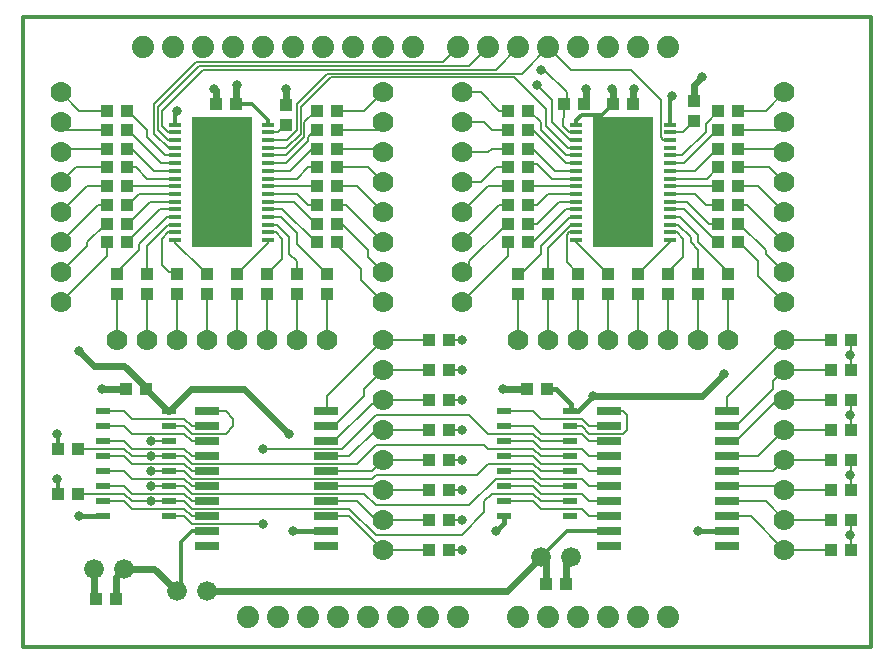
<source format=gtl>
G75*
%MOIN*%
%OFA0B0*%
%FSLAX24Y24*%
%IPPOS*%
%LPD*%
%AMOC8*
5,1,8,0,0,1.08239X$1,22.5*
%
%ADD10C,0.0120*%
%ADD11R,0.0394X0.0118*%
%ADD12R,0.2047X0.4331*%
%ADD13C,0.0660*%
%ADD14R,0.0394X0.0433*%
%ADD15R,0.0433X0.0394*%
%ADD16C,0.0700*%
%ADD17R,0.0472X0.0236*%
%ADD18R,0.0800X0.0260*%
%ADD19C,0.0740*%
%ADD20C,0.0060*%
%ADD21C,0.0317*%
%ADD22C,0.0240*%
%ADD23C,0.0160*%
D10*
X006252Y000160D02*
X006252Y021160D01*
X034502Y021160D01*
X034502Y000160D01*
X006252Y000160D01*
X011377Y002035D02*
X011502Y002160D01*
X011502Y003660D01*
X011877Y004035D01*
X012397Y004035D01*
X007418Y005285D02*
X007418Y005745D01*
X007377Y005785D01*
X007418Y006785D02*
X007418Y007245D01*
X007377Y007285D01*
X023502Y003160D02*
X024377Y004035D01*
X025772Y004035D01*
X024697Y017579D02*
X024697Y017730D01*
X024877Y017910D01*
X025543Y017910D01*
X025918Y018285D01*
X027807Y018465D02*
X027807Y017579D01*
X027807Y018465D02*
X027877Y018535D01*
X014432Y017730D02*
X013877Y018285D01*
X013337Y018285D01*
X014432Y017730D02*
X014432Y017579D01*
X011377Y018035D02*
X011322Y017980D01*
X011322Y017579D01*
D11*
X011322Y017579D03*
X011322Y017323D03*
X011322Y017067D03*
X011322Y016812D03*
X011322Y016556D03*
X011322Y016300D03*
X011322Y016044D03*
X011322Y015788D03*
X011322Y015532D03*
X011322Y015276D03*
X011322Y015020D03*
X011322Y014764D03*
X011322Y014508D03*
X011322Y014253D03*
X011322Y013997D03*
X011322Y013741D03*
X014432Y013741D03*
X014432Y013997D03*
X014432Y014253D03*
X014432Y014508D03*
X014432Y014764D03*
X014432Y015020D03*
X014432Y015276D03*
X014432Y015532D03*
X014432Y015788D03*
X014432Y016044D03*
X014432Y016300D03*
X014432Y016556D03*
X014432Y016812D03*
X014432Y017067D03*
X014432Y017323D03*
X014432Y017579D03*
X024697Y017579D03*
X024697Y017323D03*
X024697Y017067D03*
X024697Y016812D03*
X024697Y016556D03*
X024697Y016300D03*
X024697Y016044D03*
X024697Y015788D03*
X024697Y015532D03*
X024697Y015276D03*
X024697Y015020D03*
X024697Y014764D03*
X024697Y014508D03*
X024697Y014253D03*
X024697Y013997D03*
X024697Y013741D03*
X027807Y013741D03*
X027807Y013997D03*
X027807Y014253D03*
X027807Y014508D03*
X027807Y014764D03*
X027807Y015020D03*
X027807Y015276D03*
X027807Y015532D03*
X027807Y015788D03*
X027807Y016044D03*
X027807Y016300D03*
X027807Y016556D03*
X027807Y016812D03*
X027807Y017067D03*
X027807Y017323D03*
X027807Y017579D03*
D12*
X026252Y015660D03*
X012877Y015660D03*
D13*
X023502Y003160D03*
X024502Y003160D03*
X012377Y002035D03*
X011377Y002035D03*
X009627Y002785D03*
X008627Y002785D03*
D14*
X009377Y011950D03*
X010377Y011950D03*
X010377Y012620D03*
X009377Y012620D03*
X011377Y012620D03*
X011377Y011950D03*
X012377Y011950D03*
X012377Y012620D03*
X013377Y012620D03*
X013377Y011950D03*
X014377Y011950D03*
X014377Y012620D03*
X015377Y012620D03*
X015377Y011950D03*
X016377Y011950D03*
X016377Y012620D03*
X022752Y012620D03*
X022752Y011950D03*
X023752Y011950D03*
X023752Y012620D03*
X024752Y012620D03*
X024752Y011950D03*
X025752Y011950D03*
X025752Y012620D03*
X026752Y012620D03*
X026752Y011950D03*
X027752Y011950D03*
X028752Y011950D03*
X028752Y012620D03*
X027752Y012620D03*
X029752Y012620D03*
X029752Y011950D03*
X028627Y017700D03*
X028627Y018370D03*
X015002Y018245D03*
X015002Y017575D03*
D15*
X016043Y017410D03*
X016712Y017410D03*
X016712Y016785D03*
X016043Y016785D03*
X016043Y016160D03*
X016712Y016160D03*
X016712Y015535D03*
X016043Y015535D03*
X016043Y014910D03*
X016712Y014910D03*
X016712Y014285D03*
X016712Y013660D03*
X016043Y013660D03*
X016043Y014285D03*
X019793Y010410D03*
X020462Y010410D03*
X020462Y009410D03*
X019793Y009410D03*
X019793Y008410D03*
X020462Y008410D03*
X020462Y007410D03*
X019793Y007410D03*
X019793Y006410D03*
X020462Y006410D03*
X020462Y005410D03*
X019793Y005410D03*
X019793Y004410D03*
X020462Y004410D03*
X020462Y003410D03*
X019793Y003410D03*
X023668Y002285D03*
X024337Y002285D03*
X033168Y003410D03*
X033837Y003410D03*
X033837Y004410D03*
X033168Y004410D03*
X033168Y005410D03*
X033837Y005410D03*
X033837Y006410D03*
X033168Y006410D03*
X033168Y007410D03*
X033837Y007410D03*
X033837Y008410D03*
X033168Y008410D03*
X033168Y009410D03*
X033837Y009410D03*
X033837Y010410D03*
X033168Y010410D03*
X030087Y013660D03*
X030087Y014285D03*
X029418Y014285D03*
X029418Y013660D03*
X029418Y014910D03*
X030087Y014910D03*
X030087Y015535D03*
X029418Y015535D03*
X029418Y016160D03*
X030087Y016160D03*
X030087Y016785D03*
X029418Y016785D03*
X029418Y017410D03*
X030087Y017410D03*
X030087Y018035D03*
X029418Y018035D03*
X026587Y018285D03*
X025918Y018285D03*
X024962Y018285D03*
X024293Y018285D03*
X023087Y018035D03*
X022418Y018035D03*
X022418Y017410D03*
X023087Y017410D03*
X023087Y016785D03*
X022418Y016785D03*
X022418Y016160D03*
X023087Y016160D03*
X023087Y015535D03*
X022418Y015535D03*
X022418Y014910D03*
X023087Y014910D03*
X023087Y014285D03*
X023087Y013660D03*
X022418Y013660D03*
X022418Y014285D03*
X016712Y018035D03*
X016043Y018035D03*
X013337Y018285D03*
X012668Y018285D03*
X009712Y018035D03*
X009043Y018035D03*
X009043Y017410D03*
X009712Y017410D03*
X009712Y016785D03*
X009043Y016785D03*
X009043Y016160D03*
X009712Y016160D03*
X009712Y015535D03*
X009043Y015535D03*
X009043Y014910D03*
X009712Y014910D03*
X009712Y014285D03*
X009712Y013660D03*
X009043Y013660D03*
X009043Y014285D03*
X009668Y008785D03*
X010337Y008785D03*
X008087Y006785D03*
X007418Y006785D03*
X007418Y005285D03*
X008087Y005285D03*
X008668Y001785D03*
X009337Y001785D03*
X023043Y008785D03*
X023712Y008785D03*
D16*
X023752Y010410D03*
X022752Y010410D03*
X020877Y011660D03*
X020877Y012660D03*
X020877Y013660D03*
X020877Y014660D03*
X020877Y015660D03*
X020877Y016660D03*
X020877Y017660D03*
X020877Y018660D03*
X018252Y018660D03*
X018252Y017660D03*
X018252Y016660D03*
X018252Y015660D03*
X018252Y014660D03*
X018252Y013660D03*
X018252Y012660D03*
X018252Y011660D03*
X018252Y010410D03*
X018252Y009410D03*
X018252Y008410D03*
X018252Y007410D03*
X018252Y006410D03*
X018252Y005410D03*
X018252Y004410D03*
X018252Y003410D03*
X016377Y010410D03*
X015377Y010410D03*
X014377Y010410D03*
X013377Y010410D03*
X012377Y010410D03*
X011377Y010410D03*
X010377Y010410D03*
X009377Y010410D03*
X007502Y011660D03*
X007502Y012660D03*
X007502Y013660D03*
X007502Y014660D03*
X007502Y015660D03*
X007502Y016660D03*
X007502Y017660D03*
X007502Y018660D03*
X024752Y010410D03*
X025752Y010410D03*
X026752Y010410D03*
X027752Y010410D03*
X028752Y010410D03*
X029752Y010410D03*
X031627Y010410D03*
X031627Y009410D03*
X031627Y008410D03*
X031627Y007410D03*
X031627Y006410D03*
X031627Y005410D03*
X031627Y004410D03*
X031627Y003410D03*
X031627Y011660D03*
X031627Y012660D03*
X031627Y013660D03*
X031627Y014660D03*
X031627Y015660D03*
X031627Y016660D03*
X031627Y017660D03*
X031627Y018660D03*
D17*
X024480Y008035D03*
X024480Y007535D03*
X024480Y007035D03*
X024480Y006535D03*
X024480Y006035D03*
X024480Y005535D03*
X024480Y005035D03*
X024480Y004535D03*
X022275Y004535D03*
X022275Y005035D03*
X022275Y005535D03*
X022275Y006035D03*
X022275Y006535D03*
X022275Y007035D03*
X022275Y007535D03*
X022275Y008035D03*
X011105Y008035D03*
X011105Y007535D03*
X011105Y007035D03*
X011105Y006535D03*
X011105Y006035D03*
X011105Y005535D03*
X011105Y005035D03*
X011105Y004535D03*
X008900Y004535D03*
X008900Y005035D03*
X008900Y005535D03*
X008900Y006035D03*
X008900Y006535D03*
X008900Y007035D03*
X008900Y007535D03*
X008900Y008035D03*
D18*
X012397Y008035D03*
X012397Y007535D03*
X012397Y007035D03*
X012397Y006535D03*
X012397Y006035D03*
X012397Y005535D03*
X012397Y005035D03*
X012397Y004535D03*
X012397Y004035D03*
X012397Y003535D03*
X016357Y003535D03*
X016357Y004035D03*
X016357Y004535D03*
X016357Y005035D03*
X016357Y005535D03*
X016357Y006035D03*
X016357Y006535D03*
X016357Y007035D03*
X016357Y007535D03*
X016357Y008035D03*
X025772Y008035D03*
X025772Y007535D03*
X025772Y007035D03*
X025772Y006535D03*
X025772Y006035D03*
X025772Y005535D03*
X025772Y005035D03*
X025772Y004535D03*
X025772Y004035D03*
X025772Y003535D03*
X029732Y003535D03*
X029732Y004035D03*
X029732Y004535D03*
X029732Y005035D03*
X029732Y005535D03*
X029732Y006035D03*
X029732Y006535D03*
X029732Y007035D03*
X029732Y007535D03*
X029732Y008035D03*
D19*
X027752Y001160D03*
X026752Y001160D03*
X025752Y001160D03*
X024752Y001160D03*
X023752Y001160D03*
X022752Y001160D03*
X020752Y001160D03*
X019752Y001160D03*
X018752Y001160D03*
X017752Y001160D03*
X016752Y001160D03*
X015752Y001160D03*
X014752Y001160D03*
X013752Y001160D03*
X013252Y020160D03*
X012252Y020160D03*
X011252Y020160D03*
X010252Y020160D03*
X014252Y020160D03*
X015252Y020160D03*
X016252Y020160D03*
X017252Y020160D03*
X018252Y020160D03*
X019252Y020160D03*
X020752Y020160D03*
X021752Y020160D03*
X022752Y020160D03*
X023752Y020160D03*
X024752Y020160D03*
X025752Y020160D03*
X026752Y020160D03*
X027752Y020160D03*
D20*
X026502Y019410D02*
X024502Y019410D01*
X023752Y020160D01*
X022877Y019285D01*
X016377Y019285D01*
X015377Y018285D01*
X015377Y017410D01*
X015035Y017067D01*
X014432Y017067D01*
X014432Y016812D02*
X015029Y016812D01*
X015502Y017285D01*
X015502Y018160D01*
X016502Y019160D01*
X022627Y019160D01*
X023690Y018098D01*
X023690Y017535D01*
X024413Y016812D01*
X024697Y016812D01*
X024665Y017035D02*
X024502Y017035D01*
X023877Y017660D01*
X023877Y018410D01*
X023377Y018910D01*
X023502Y019410D02*
X023627Y019410D01*
X024377Y018660D01*
X024377Y018325D01*
X024293Y018285D01*
X024293Y017825D01*
X024252Y017785D01*
X024252Y017535D01*
X024464Y017323D01*
X024697Y017323D01*
X024697Y017067D02*
X024665Y017035D01*
X024697Y016556D02*
X024357Y016556D01*
X023502Y017410D01*
X023502Y017660D01*
X023127Y018035D01*
X023087Y018035D01*
X022418Y018035D02*
X022127Y018035D01*
X021502Y018660D01*
X020877Y018660D01*
X022002Y019410D02*
X022752Y020160D01*
X021752Y020160D02*
X021127Y019535D01*
X012127Y019535D01*
X010752Y018160D01*
X010752Y017410D01*
X011095Y017067D01*
X011322Y017067D01*
X011322Y016812D02*
X011101Y016812D01*
X010627Y017285D01*
X010627Y018285D01*
X012002Y019660D01*
X020252Y019660D01*
X020752Y020160D01*
X022002Y019410D02*
X012252Y019410D01*
X010877Y018035D01*
X010877Y017535D01*
X011089Y017323D01*
X011322Y017323D01*
X012127Y017660D02*
X012877Y016910D01*
X014432Y016556D02*
X015023Y016556D01*
X015627Y017160D01*
X015627Y017660D01*
X016002Y018035D01*
X016043Y018035D01*
X016712Y018035D02*
X017627Y018035D01*
X018252Y018660D01*
X018252Y017660D02*
X018002Y017410D01*
X016712Y017410D01*
X016043Y017410D02*
X016002Y017410D01*
X015752Y017160D01*
X015752Y017035D01*
X015017Y016300D01*
X014432Y016300D01*
X014432Y016044D02*
X015136Y016044D01*
X015877Y016785D01*
X016043Y016785D01*
X016712Y016785D02*
X018127Y016785D01*
X018252Y016660D01*
X017752Y016160D02*
X018252Y015660D01*
X017752Y016160D02*
X016712Y016160D01*
X016043Y016160D02*
X015752Y016160D01*
X015380Y015788D01*
X014432Y015788D01*
X014432Y015532D02*
X016040Y015532D01*
X016043Y015535D01*
X016712Y015535D02*
X017377Y015535D01*
X018252Y014660D01*
X018252Y013660D02*
X017002Y014910D01*
X016712Y014910D01*
X016043Y014910D02*
X015752Y014910D01*
X015386Y015276D01*
X014432Y015276D01*
X014432Y015020D02*
X015267Y015020D01*
X016002Y014285D01*
X016043Y014285D01*
X016043Y013660D02*
X016002Y013660D01*
X014898Y014764D01*
X014432Y014764D01*
X014432Y014508D02*
X014841Y014508D01*
X015377Y013973D01*
X015377Y013620D01*
X016377Y012620D01*
X016377Y011950D02*
X016377Y010410D01*
X015377Y010410D02*
X015377Y011950D01*
X015377Y012620D02*
X015377Y013035D01*
X015127Y013285D01*
X015127Y013848D01*
X014722Y014253D01*
X014432Y014253D01*
X014432Y013997D02*
X014666Y013997D01*
X014877Y013785D01*
X014877Y013120D01*
X014377Y012620D01*
X014377Y011950D02*
X014377Y010410D01*
X013377Y010410D02*
X013377Y011950D01*
X013377Y012620D02*
X013418Y012660D01*
X013440Y012660D01*
X014432Y013653D01*
X014432Y013741D01*
X012377Y012620D02*
X012337Y012660D01*
X012252Y012723D01*
X011322Y013653D01*
X011322Y013741D01*
X011322Y013997D02*
X011089Y013997D01*
X010877Y013785D01*
X010877Y012910D01*
X011127Y012660D01*
X011337Y012660D01*
X011377Y012620D01*
X011377Y011950D02*
X011377Y010410D01*
X010377Y010410D02*
X010377Y011950D01*
X009377Y011950D02*
X009377Y010410D01*
X008127Y012285D02*
X007502Y011660D01*
X008127Y012285D02*
X008252Y012410D01*
X009043Y013200D01*
X009043Y013660D01*
X009043Y014285D02*
X009002Y014285D01*
X008377Y013660D01*
X008377Y013535D01*
X007502Y012660D01*
X007502Y013660D02*
X008752Y014910D01*
X009043Y014910D01*
X009712Y014910D02*
X009752Y014910D01*
X010119Y015276D01*
X011322Y015276D01*
X011322Y015020D02*
X010488Y015020D01*
X009877Y014410D01*
X009837Y014410D01*
X009712Y014285D01*
X009712Y013660D02*
X010816Y014764D01*
X011322Y014764D01*
X011322Y014508D02*
X011038Y014508D01*
X010127Y013598D01*
X010127Y013410D01*
X009377Y012660D01*
X009377Y012620D01*
X010377Y012620D02*
X010377Y013535D01*
X011095Y014253D01*
X011322Y014253D01*
X011322Y015532D02*
X009715Y015532D01*
X009712Y015535D01*
X010002Y016160D02*
X010374Y015788D01*
X011322Y015788D01*
X011322Y016044D02*
X010619Y016044D01*
X009877Y016785D01*
X009712Y016785D01*
X009043Y016785D02*
X007627Y016785D01*
X007502Y016660D01*
X008002Y016160D02*
X007502Y015660D01*
X008002Y016160D02*
X009043Y016160D01*
X009712Y016160D02*
X010002Y016160D01*
X010863Y016300D02*
X009752Y017410D01*
X009712Y017410D01*
X009752Y018035D02*
X010377Y017410D01*
X010377Y017160D01*
X010982Y016556D01*
X011322Y016556D01*
X011322Y016300D02*
X010863Y016300D01*
X009043Y015535D02*
X008377Y015535D01*
X007502Y014660D01*
X007752Y017410D02*
X007502Y017660D01*
X007752Y017410D02*
X009043Y017410D01*
X009043Y018035D02*
X008127Y018035D01*
X007502Y018660D01*
X009712Y018035D02*
X009752Y018035D01*
X014432Y017323D02*
X014750Y017323D01*
X015002Y017575D01*
X016712Y014285D02*
X016877Y014285D01*
X017752Y013410D01*
X017752Y013160D01*
X018252Y012660D01*
X017502Y012785D02*
X017502Y012410D01*
X018252Y011660D01*
X018252Y010410D02*
X019793Y010410D01*
X020462Y010410D02*
X020877Y010410D01*
X020877Y009410D02*
X020462Y009410D01*
X019793Y009410D02*
X018252Y009410D01*
X017627Y008785D01*
X017627Y008535D01*
X016627Y007535D01*
X016357Y007535D01*
X016357Y007035D02*
X016627Y007035D01*
X017877Y008285D01*
X018127Y008285D01*
X018252Y008410D01*
X019793Y008410D01*
X020462Y008410D02*
X020877Y008410D01*
X021127Y007910D02*
X021752Y007285D01*
X023252Y007285D01*
X023502Y007035D01*
X024480Y007035D01*
X024877Y006785D02*
X025127Y006535D01*
X025772Y006535D01*
X025772Y007035D02*
X025127Y007035D01*
X024877Y007285D01*
X023502Y007285D01*
X023252Y007535D01*
X022275Y007535D01*
X022275Y007035D02*
X023252Y007035D01*
X023502Y006785D01*
X024877Y006785D01*
X024480Y006535D02*
X023502Y006535D01*
X023252Y006785D01*
X021752Y006785D01*
X021627Y006910D01*
X018002Y006910D01*
X017377Y006285D01*
X011877Y006285D01*
X011627Y006535D01*
X011105Y006535D01*
X010502Y006535D01*
X009877Y006535D01*
X009627Y006785D01*
X008087Y006785D01*
X008900Y006535D02*
X009627Y006535D01*
X009877Y006285D01*
X011627Y006285D01*
X011877Y006035D01*
X012397Y006035D01*
X011877Y005785D02*
X017877Y005785D01*
X018002Y005910D01*
X021377Y005910D01*
X021752Y006285D01*
X023252Y006285D01*
X023502Y006035D01*
X024480Y006035D01*
X024877Y005785D02*
X025127Y005535D01*
X025772Y005535D01*
X025772Y005035D02*
X025127Y005035D01*
X024877Y005285D01*
X023502Y005285D01*
X023252Y005535D01*
X022275Y005535D01*
X022002Y005785D02*
X021127Y004910D01*
X018002Y004910D01*
X017627Y005285D01*
X011877Y005285D01*
X011627Y005535D01*
X011105Y005535D01*
X010502Y005535D01*
X010502Y005035D02*
X009877Y005035D01*
X009627Y005285D01*
X008087Y005285D01*
X008900Y005035D02*
X009627Y005035D01*
X009877Y004785D01*
X011627Y004785D01*
X011877Y004535D01*
X012397Y004535D01*
X011877Y004285D02*
X014252Y004285D01*
X012397Y005035D02*
X011877Y005035D01*
X011627Y005285D01*
X009877Y005285D01*
X009627Y005535D01*
X008900Y005535D01*
X008900Y006035D02*
X009627Y006035D01*
X009877Y005785D01*
X011627Y005785D01*
X011877Y005535D01*
X012397Y005535D01*
X011877Y005785D02*
X011627Y006035D01*
X011105Y006035D01*
X010502Y006035D01*
X009877Y006785D02*
X009627Y007035D01*
X008900Y007035D01*
X008900Y007535D02*
X009627Y007535D01*
X009877Y007285D01*
X011627Y007285D01*
X011877Y007035D01*
X012397Y007035D01*
X011877Y007285D02*
X011627Y007535D01*
X011105Y007535D01*
X011627Y007785D02*
X009877Y007785D01*
X009627Y008035D01*
X008900Y008035D01*
X010502Y007035D02*
X011105Y007035D01*
X011627Y006785D02*
X009877Y006785D01*
X011627Y006785D02*
X011877Y006535D01*
X012397Y006535D01*
X011877Y007285D02*
X013002Y007285D01*
X013252Y007535D01*
X013252Y007785D01*
X013002Y008035D01*
X012397Y008035D01*
X011877Y007535D02*
X011627Y007785D01*
X011877Y007535D02*
X012397Y007535D01*
X014252Y006785D02*
X016877Y006785D01*
X018002Y007910D01*
X021127Y007910D01*
X020877Y007410D02*
X020462Y007410D01*
X019793Y007410D02*
X018252Y007410D01*
X018002Y007410D01*
X017127Y006535D01*
X016357Y006535D01*
X016357Y006035D02*
X017877Y006035D01*
X018252Y006410D01*
X019793Y006410D01*
X020462Y006410D02*
X020877Y006410D01*
X022002Y005785D02*
X023252Y005785D01*
X023502Y005535D01*
X024480Y005535D01*
X024877Y005785D02*
X023502Y005785D01*
X023252Y006035D01*
X022275Y006035D01*
X022275Y006535D02*
X023252Y006535D01*
X023502Y006285D01*
X024877Y006285D01*
X025127Y006035D01*
X025772Y006035D01*
X024480Y005035D02*
X023502Y005035D01*
X023252Y005285D01*
X021877Y005285D01*
X021627Y005035D01*
X021627Y004660D01*
X020877Y003910D01*
X018002Y003910D01*
X017127Y004785D01*
X011877Y004785D01*
X011627Y005035D01*
X011105Y005035D01*
X010502Y005035D01*
X011105Y004535D02*
X011627Y004535D01*
X011877Y004285D01*
X008668Y001785D02*
X008627Y001825D01*
X016357Y004535D02*
X017127Y004535D01*
X018252Y003410D01*
X019793Y003410D01*
X020462Y003410D02*
X020877Y003410D01*
X020877Y004410D02*
X020462Y004410D01*
X019793Y004410D02*
X018252Y004410D01*
X018002Y004410D01*
X017377Y005035D01*
X016357Y005035D01*
X016357Y005535D02*
X018127Y005535D01*
X018252Y005410D01*
X019793Y005410D01*
X020462Y005410D02*
X020877Y005410D01*
X022275Y005035D02*
X023252Y005035D01*
X023502Y004785D01*
X024877Y004785D01*
X025127Y004535D01*
X025772Y004535D01*
X029732Y004535D02*
X030502Y004535D01*
X031627Y003410D01*
X033168Y003410D01*
X033837Y003410D02*
X033837Y003888D01*
X033815Y003910D01*
X033837Y003932D01*
X033837Y004410D01*
X033168Y004410D02*
X031627Y004410D01*
X031002Y005035D01*
X029732Y005035D01*
X029732Y005535D02*
X031502Y005535D01*
X031627Y005410D01*
X033168Y005410D01*
X033837Y005410D02*
X033837Y005888D01*
X033815Y005910D01*
X033837Y005932D01*
X033837Y006410D01*
X033168Y006410D02*
X031627Y006410D01*
X031252Y006035D01*
X029732Y006035D01*
X029732Y006535D02*
X030752Y006535D01*
X031627Y007410D01*
X033168Y007410D01*
X033837Y007410D02*
X033837Y007888D01*
X033815Y007910D01*
X033837Y007932D01*
X033837Y008410D01*
X033168Y008410D02*
X031627Y008410D01*
X031377Y008410D01*
X030002Y007035D01*
X029732Y007035D01*
X029732Y007535D02*
X030002Y007535D01*
X031252Y008785D01*
X031252Y009035D01*
X031627Y009410D01*
X033168Y009410D01*
X033837Y009410D02*
X033837Y009888D01*
X033815Y009910D01*
X033837Y009932D01*
X033837Y010410D01*
X033168Y010410D02*
X031627Y010410D01*
X029732Y008515D01*
X029732Y008035D01*
X026377Y007910D02*
X026377Y007410D01*
X026252Y007285D01*
X025127Y007285D01*
X024877Y007535D01*
X024480Y007535D01*
X024877Y007785D02*
X025127Y007535D01*
X025772Y007535D01*
X026252Y008035D02*
X026377Y007910D01*
X026252Y008035D02*
X025772Y008035D01*
X024877Y007785D02*
X023502Y007785D01*
X023252Y008035D01*
X022275Y008035D01*
X022752Y010410D02*
X022752Y011950D01*
X022752Y012620D02*
X022837Y012620D01*
X023502Y013285D01*
X023502Y013535D01*
X024476Y014508D01*
X024697Y014508D01*
X024697Y014253D02*
X024532Y014253D01*
X023752Y013473D01*
X023752Y012620D01*
X024377Y012995D02*
X024752Y012620D01*
X024377Y012995D02*
X024377Y013910D01*
X024464Y013997D01*
X024697Y013997D01*
X024697Y013741D02*
X024697Y013675D01*
X025752Y012620D01*
X025752Y011950D02*
X025752Y010410D01*
X024752Y010410D02*
X024752Y011950D01*
X023752Y011950D02*
X023752Y010410D01*
X022418Y013200D02*
X020877Y011660D01*
X020877Y012660D02*
X021127Y012910D01*
X021127Y013035D01*
X022377Y014285D01*
X022418Y014285D01*
X022418Y013660D02*
X022418Y013200D01*
X023087Y013660D02*
X023252Y013660D01*
X024357Y014764D01*
X024697Y014764D01*
X024697Y015020D02*
X024113Y015020D01*
X023377Y014285D01*
X023087Y014285D01*
X023087Y014910D02*
X023377Y014910D01*
X023744Y015276D01*
X024697Y015276D01*
X024697Y015532D02*
X023090Y015532D01*
X023087Y015535D01*
X022418Y015535D02*
X021752Y015535D01*
X020877Y014660D01*
X020877Y013660D02*
X022127Y014910D01*
X022418Y014910D01*
X021502Y015660D02*
X020877Y015660D01*
X021502Y015660D02*
X022002Y016160D01*
X022418Y016160D01*
X023087Y016160D02*
X023212Y016285D01*
X023377Y016285D01*
X023874Y015788D01*
X024697Y015788D01*
X024697Y016044D02*
X023994Y016044D01*
X023252Y016785D01*
X023087Y016785D01*
X022418Y016785D02*
X021877Y016785D01*
X021752Y016660D01*
X020877Y016660D01*
X021877Y017410D02*
X021627Y017660D01*
X020877Y017660D01*
X021877Y017410D02*
X022418Y017410D01*
X023087Y017410D02*
X023252Y017410D01*
X024363Y016300D01*
X024697Y016300D01*
X027502Y017160D02*
X027595Y017067D01*
X027807Y017067D01*
X027807Y017323D02*
X028250Y017323D01*
X028627Y017700D01*
X029002Y017620D02*
X029002Y017348D01*
X028211Y016556D01*
X027807Y016556D01*
X027807Y016300D02*
X028267Y016300D01*
X029377Y017410D01*
X029418Y017410D01*
X029002Y017620D02*
X029418Y018035D01*
X029252Y018035D01*
X030087Y018035D02*
X031002Y018035D01*
X031627Y018660D01*
X031627Y017660D02*
X031377Y017410D01*
X030087Y017410D01*
X030087Y016785D02*
X031502Y016785D01*
X031627Y016660D01*
X031127Y016160D02*
X031627Y015660D01*
X031127Y016160D02*
X030087Y016160D01*
X029418Y016160D02*
X029046Y015788D01*
X027807Y015788D01*
X027807Y015532D02*
X029415Y015532D01*
X029418Y015535D01*
X030087Y015535D02*
X030752Y015535D01*
X031627Y014660D01*
X031627Y013660D02*
X030377Y014910D01*
X030087Y014910D01*
X029418Y014910D02*
X029002Y014910D01*
X028636Y015276D01*
X027807Y015276D01*
X027807Y015020D02*
X028392Y015020D01*
X029127Y014285D01*
X029418Y014285D01*
X029418Y013660D02*
X029377Y013660D01*
X028273Y014764D01*
X027807Y014764D01*
X027807Y014508D02*
X028154Y014508D01*
X028752Y013910D01*
X028752Y013660D01*
X029752Y012660D01*
X029752Y012620D01*
X029752Y011950D02*
X029752Y010410D01*
X028752Y010410D02*
X028752Y011950D01*
X027752Y011950D02*
X027752Y010410D01*
X026752Y010410D02*
X026752Y011950D01*
X026752Y012620D02*
X027807Y013675D01*
X027807Y013741D01*
X027807Y013997D02*
X028041Y013997D01*
X028252Y013785D01*
X028252Y013160D01*
X027793Y012700D01*
X027793Y012660D01*
X027752Y012620D01*
X028752Y012620D02*
X028752Y013410D01*
X028502Y013660D01*
X028502Y013848D01*
X028097Y014253D01*
X027807Y014253D01*
X030087Y014285D02*
X030127Y014285D01*
X031002Y013410D01*
X031002Y013285D01*
X031627Y012660D01*
X030752Y012535D02*
X031627Y011660D01*
X030752Y012535D02*
X030752Y013035D01*
X030127Y013660D01*
X030087Y013660D01*
X028636Y016044D02*
X027807Y016044D01*
X028636Y016044D02*
X029377Y016785D01*
X029418Y016785D01*
X029377Y016785D02*
X029252Y016785D01*
X027502Y017160D02*
X027502Y018410D01*
X026502Y019410D01*
X017502Y012785D02*
X016712Y013575D01*
X016712Y013660D01*
X012377Y011950D02*
X012377Y010410D01*
X016377Y008535D02*
X016377Y008055D01*
X016357Y008035D01*
X016377Y008535D02*
X018252Y010410D01*
D21*
X020877Y010410D03*
X020877Y009410D03*
X022252Y008785D03*
X020877Y008410D03*
X020877Y007410D03*
X020877Y006410D03*
X020877Y005410D03*
X020877Y004410D03*
X022002Y004035D03*
X020877Y003410D03*
X015252Y004035D03*
X014252Y004285D03*
X010502Y005035D03*
X010502Y005535D03*
X010502Y006035D03*
X010502Y006535D03*
X010502Y007035D03*
X008877Y008785D03*
X008127Y010035D03*
X007377Y007285D03*
X007377Y005785D03*
X008127Y004535D03*
X014252Y006785D03*
X015127Y007285D03*
X025252Y008535D03*
X029627Y009285D03*
X033815Y009910D03*
X033815Y007910D03*
X033815Y005910D03*
X033815Y003910D03*
X028752Y004035D03*
X027002Y013660D03*
X027002Y014160D03*
X027002Y014660D03*
X026252Y014660D03*
X026252Y014160D03*
X026252Y013660D03*
X025502Y013660D03*
X025502Y014160D03*
X025502Y014660D03*
X025502Y016660D03*
X026252Y016660D03*
X027002Y016660D03*
X027002Y017160D03*
X027002Y017660D03*
X026252Y017660D03*
X026252Y017160D03*
X025502Y017160D03*
X025502Y017660D03*
X025877Y018785D03*
X026627Y018785D03*
X027877Y018535D03*
X028877Y019160D03*
X025002Y018785D03*
X023502Y019410D03*
X023377Y018910D03*
X015002Y018785D03*
X013377Y018910D03*
X012627Y018785D03*
X011377Y018035D03*
X012127Y017660D03*
X012127Y017160D03*
X012127Y016660D03*
X012877Y016660D03*
X013627Y016660D03*
X013627Y017160D03*
X013627Y017660D03*
X012877Y017660D03*
X012877Y017160D03*
X012877Y014660D03*
X012877Y014160D03*
X012877Y013660D03*
X013627Y013660D03*
X013627Y014160D03*
X013627Y014660D03*
X012127Y014660D03*
X012127Y014160D03*
X012127Y013660D03*
D22*
X012877Y015660D02*
X012877Y016660D01*
X012668Y018285D02*
X012668Y018745D01*
X012627Y018785D01*
X013337Y018870D02*
X013337Y018285D01*
X013337Y018870D02*
X013377Y018910D01*
X015002Y018785D02*
X015002Y018245D01*
X024962Y018285D02*
X025002Y018325D01*
X025002Y018785D01*
X025877Y018785D02*
X025918Y018745D01*
X025918Y018285D01*
X026587Y018285D02*
X026587Y018745D01*
X026627Y018785D01*
X026627Y018325D02*
X026587Y018285D01*
X028627Y018370D02*
X028627Y018910D01*
X028877Y019160D01*
X026252Y016660D02*
X026252Y015660D01*
X029627Y009285D02*
X028877Y008535D01*
X025252Y008535D01*
X023043Y008785D02*
X022252Y008785D01*
X015127Y007285D02*
X013627Y008785D01*
X011855Y008785D01*
X011105Y008035D01*
X011087Y008035D01*
X010337Y008785D01*
X010337Y008825D01*
X009627Y009535D01*
X008627Y009535D01*
X008127Y010035D01*
X008877Y008785D02*
X009668Y008785D01*
X011105Y008035D02*
X011127Y008058D01*
X010627Y002785D02*
X009627Y002785D01*
X009337Y002495D01*
X009337Y001785D01*
X008627Y001825D02*
X008627Y002785D01*
X010627Y002785D02*
X011377Y002035D01*
X012377Y002035D02*
X022377Y002035D01*
X023502Y003160D01*
X023668Y002995D01*
X023668Y002285D01*
X024337Y002285D02*
X024337Y002995D01*
X024502Y003160D01*
D23*
X022275Y004308D02*
X022275Y004535D01*
X022275Y004308D02*
X022002Y004035D01*
X016357Y004035D02*
X015252Y004035D01*
X008900Y004535D02*
X008127Y004535D01*
X023712Y008785D02*
X024002Y008785D01*
X024502Y008285D01*
X024502Y008058D01*
X024480Y008035D01*
X024752Y008035D01*
X025252Y008535D01*
X024480Y008035D02*
X024463Y008052D01*
X028752Y004035D02*
X029732Y004035D01*
X013377Y018325D02*
X013337Y018285D01*
M02*

</source>
